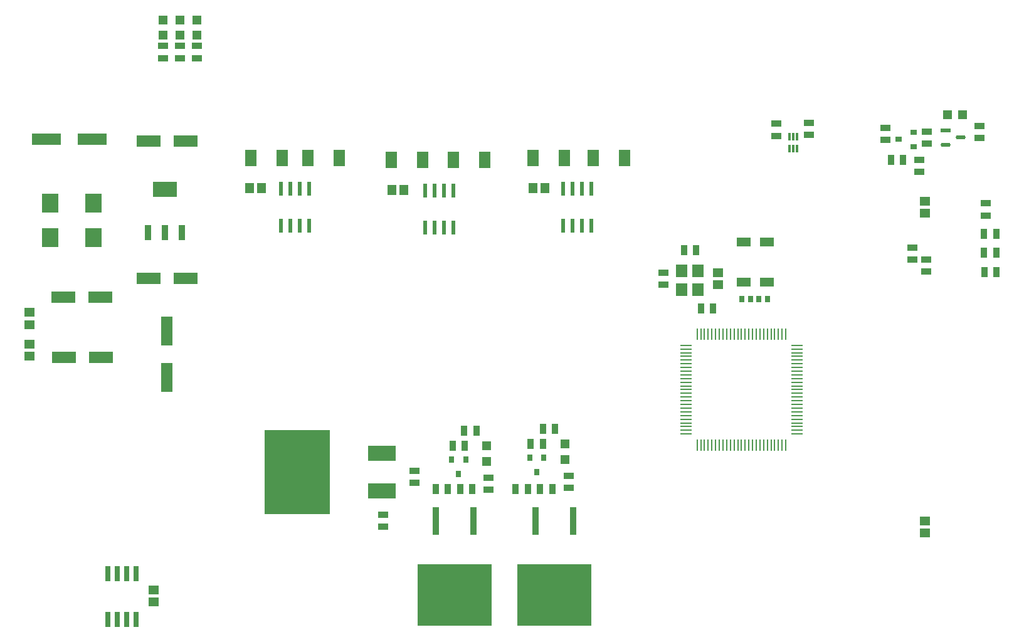
<source format=gtp>
%FSLAX23Y23*%
%MOIN*%
%SFA1B1*%

%IPPOS*%
%AMD45*
4,1,8,0.014800,0.011500,-0.014800,0.011500,-0.026300,0.000000,-0.026300,0.000000,-0.014800,-0.011500,0.014800,-0.011500,0.026300,0.000000,0.026300,0.000000,0.014800,0.011500,0.0*
1,1,0.023040,0.014800,0.000000*
1,1,0.023040,-0.014800,0.000000*
1,1,0.023040,-0.014800,0.000000*
1,1,0.023040,0.014800,0.000000*
%
%ADD18R,0.026000X0.080000*%
%ADD19R,0.029530X0.035430*%
%ADD20R,0.057330X0.051360*%
%ADD21R,0.086610X0.098430*%
%ADD22R,0.157480X0.062990*%
%ADD23R,0.397640X0.330710*%
%ADD24R,0.037400X0.151580*%
%ADD25R,0.047240X0.047240*%
%ADD26R,0.063780X0.085830*%
%ADD27R,0.011810X0.038980*%
%ADD28R,0.047240X0.047240*%
%ADD29R,0.125980X0.062990*%
%ADD30R,0.051360X0.057330*%
%ADD31R,0.053150X0.033470*%
%ADD32R,0.062990X0.157480*%
%ADD33R,0.059060X0.066930*%
%ADD34R,0.074800X0.051180*%
%ADD35R,0.033470X0.053150*%
%ADD36R,0.020870X0.077950*%
%ADD37R,0.127950X0.084650*%
%ADD38R,0.037400X0.084650*%
%ADD39O,0.009840X0.061020*%
%ADD40O,0.061020X0.009840*%
%ADD41R,0.035430X0.031500*%
%ADD42R,0.350000X0.450000*%
%ADD43R,0.150000X0.081890*%
%ADD44R,0.052600X0.023030*%
G04~CAMADD=45~8~0.0~0.0~526.0~230.3~115.2~0.0~15~0.0~0.0~0.0~0.0~0~0.0~0.0~0.0~0.0~0~0.0~0.0~0.0~0.0~526.0~230.3*
%ADD45D45*%
%ADD46R,0.031500X0.035430*%
%LNpcb-1*%
%LPD*%
G54D18*
X1365Y1011D03*
Y769D03*
X1315Y1011D03*
X1265D03*
X1315Y769D03*
X1265D03*
X1215Y1011D03*
Y769D03*
G54D19*
X4723Y2470D03*
X4676D03*
X4633D03*
X4586D03*
G54D20*
X1460Y862D03*
Y925D03*
X4460Y2548D03*
Y2611D03*
X5560Y1291D03*
Y1228D03*
Y2928D03*
Y2991D03*
X800Y2168D03*
Y2231D03*
Y2400D03*
Y2336D03*
G54D21*
X1140Y2797D03*
Y2982D03*
X910Y2797D03*
Y2982D03*
G54D22*
X1132Y3320D03*
X887D03*
G54D23*
X3060Y898D03*
X3590Y898D03*
G54D24*
X2960Y1290D03*
X3160D03*
X3490Y1290D03*
X3690D03*
G54D25*
X3646Y1701D03*
Y1618D03*
X3230Y1691D03*
Y1608D03*
X1508Y3956D03*
Y3873D03*
X1598Y3956D03*
Y3873D03*
X1688Y3956D03*
Y3873D03*
G54D26*
X3053Y3210D03*
X3219D03*
X2723D03*
X2889D03*
X3796Y3220D03*
X3963D03*
X1975D03*
X2141D03*
X2278D03*
X2444D03*
X3476D03*
X3643D03*
G54D27*
X4878Y3335D03*
X4859D03*
X4839D03*
Y3272D03*
X4859D03*
X4878D03*
G54D28*
X5677Y3450D03*
X5760D03*
G54D29*
X980Y2480D03*
X1176D03*
X1178Y2160D03*
X981D03*
X1431Y3310D03*
X1628D03*
Y2580D03*
X1431D03*
G54D30*
X1969Y3060D03*
X2033D03*
X3476D03*
X3540D03*
X2724Y3050D03*
X2788D03*
G54D31*
X2677Y1326D03*
Y1261D03*
X1688Y3752D03*
Y3817D03*
X4170Y2547D03*
Y2612D03*
X5883Y2981D03*
Y2916D03*
X5492Y2680D03*
Y2745D03*
X5566Y2682D03*
Y2617D03*
X5350Y3382D03*
Y3317D03*
X5570Y3362D03*
Y3297D03*
X5850Y3327D03*
Y3392D03*
X5530Y3212D03*
Y3147D03*
X2844Y1493D03*
Y1558D03*
X4942Y3343D03*
Y3408D03*
X4770Y3339D03*
Y3404D03*
X1598Y3752D03*
Y3817D03*
X1508Y3752D03*
Y3817D03*
X3666Y1467D03*
Y1532D03*
X3240Y1457D03*
Y1522D03*
G54D32*
X1530Y2300D03*
Y2055D03*
G54D33*
X4353Y2620D03*
Y2520D03*
X4266D03*
Y2620D03*
G54D34*
X4594Y2560D03*
X4720D03*
X4594Y2776D03*
X4720D03*
G54D35*
X4277Y2730D03*
X4342D03*
X4367Y2420D03*
X4432D03*
X5938Y2818D03*
X5873D03*
X5938Y2717D03*
X5873D03*
X5939Y2614D03*
X5874D03*
X5442Y3210D03*
X5377D03*
X3528Y1700D03*
X3463D03*
X3112Y1690D03*
X3047D03*
X3528Y1780D03*
X3593D03*
X3110Y1770D03*
X3175D03*
X3578Y1460D03*
X3513D03*
X3152D03*
X3087D03*
X3383D03*
X3448D03*
X2957D03*
X3022D03*
G54D36*
X2901Y3047D03*
X2951D03*
X3001D03*
X3051D03*
Y2852D03*
X3001D03*
X2951D03*
X2901D03*
X3635Y2862D03*
X3685D03*
X3735D03*
X3785D03*
Y3057D03*
X3735D03*
X3685D03*
X3635D03*
X2136Y2862D03*
X2186D03*
X2236D03*
X2286D03*
Y3057D03*
X2236D03*
X2186D03*
X2136D03*
G54D37*
X1520Y3054D03*
G54D38*
X1610Y2825D03*
X1520D03*
X1429D03*
G54D39*
X4819Y2286D03*
X4800D03*
X4780D03*
X4760D03*
X4741D03*
X4721D03*
X4701D03*
X4682D03*
X4662D03*
X4642D03*
X4623D03*
X4603D03*
X4583D03*
X4564D03*
X4544D03*
X4524D03*
X4505D03*
X4485D03*
X4465D03*
X4445D03*
X4426D03*
X4406D03*
X4386D03*
X4367D03*
X4347D03*
Y1693D03*
X4367D03*
X4386D03*
X4406D03*
X4426D03*
X4445D03*
X4465D03*
X4485D03*
X4505D03*
X4524D03*
X4544D03*
X4564D03*
X4583D03*
X4603D03*
X4623D03*
X4642D03*
X4662D03*
X4682D03*
X4701D03*
X4721D03*
X4741D03*
X4760D03*
X4780D03*
X4800D03*
X4819D03*
G54D40*
X4287Y2226D03*
Y2206D03*
Y2186D03*
Y2167D03*
Y2147D03*
Y2127D03*
Y2108D03*
Y2088D03*
Y2068D03*
Y2049D03*
Y2029D03*
Y2009D03*
Y1990D03*
Y1970D03*
Y1950D03*
Y1930D03*
Y1911D03*
Y1891D03*
Y1871D03*
Y1852D03*
Y1832D03*
Y1812D03*
Y1793D03*
Y1773D03*
Y1753D03*
X4880D03*
Y1773D03*
Y1793D03*
Y1812D03*
Y1832D03*
Y1852D03*
Y1871D03*
Y1891D03*
Y1911D03*
Y1930D03*
Y1950D03*
Y1970D03*
Y1990D03*
Y2009D03*
Y2029D03*
Y2049D03*
Y2068D03*
Y2088D03*
Y2108D03*
Y2127D03*
Y2147D03*
Y2167D03*
Y2186D03*
Y2206D03*
Y2226D03*
G54D41*
X5420Y3320D03*
X5499Y3357D03*
Y3282D03*
G54D42*
X2221Y1550D03*
G54D43*
X2671Y1450D03*
Y1650D03*
G54D44*
X5669Y3367D03*
G54D45*
X5669Y3292D03*
X5750Y3330D03*
G54D46*
X3080Y1540D03*
X3042Y1619D03*
X3117D03*
X3496Y1550D03*
X3458Y1629D03*
X3533D03*
M02*
</source>
